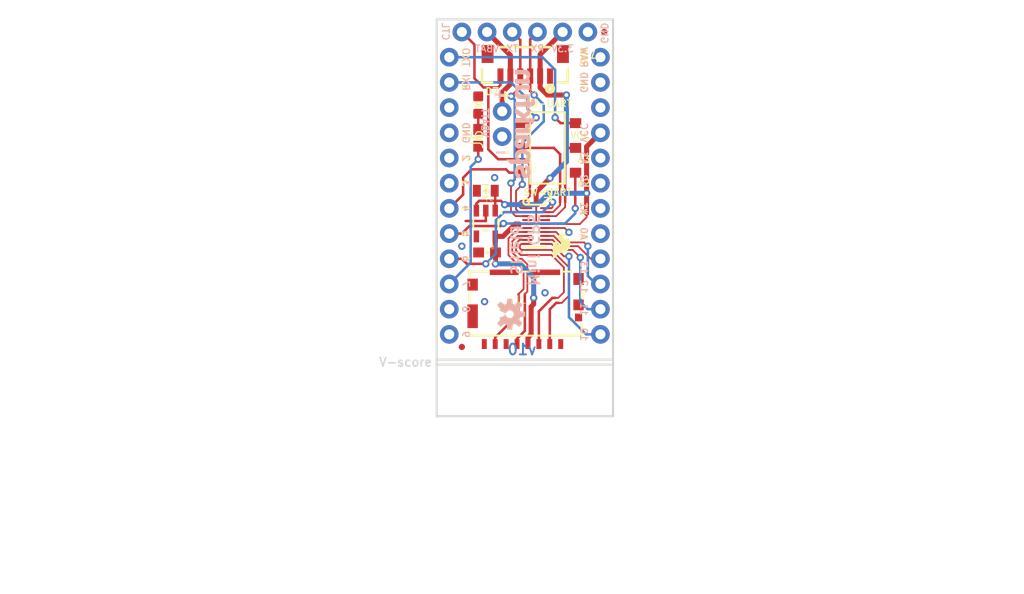
<source format=kicad_pcb>
(kicad_pcb (version 20211014) (generator pcbnew)
  (layers (0 "F.Cu" signal) (31 "B.Cu" signal) (34 "B.Paste" user) (35 "F.Paste" user) (36 "B.SilkS" user "B.Silkscreen") (37 "F.SilkS" user "F.Silkscreen") (38 "B.Mask" user) (39 "F.Mask" user) (44 "Edge.Cuts" user))
  (net 0 "")
  (net 1 "3.3V")
  (net 2 "GND")
  (net 3 "SD_CS")
  (net 4 "SD_DI")
  (net 5 "SD_SCK")
  (net 6 "SD_DO")
  (net 7 "TX/1")
  (net 8 "RX/0")
  (net 9 "2")
  (net 10 "3")
  (net 11 "4")
  (net 12 "5")
  (net 13 "6")
  (net 14 "7")
  (net 15 "8")
  (net 16 "9")
  (net 17 "10")
  (net 18 "11")
  (net 19 "12")
  (net 20 "13")
  (net 21 "A0")
  (net 22 "A1")
  (net 23 "A2")
  (net 24 "A3")
  (net 25 "VCC")
  (net 26 "VIN")
  (net 27 "N$1")
  (net 28 "RX")
  (net 29 "TX")
  (net 30 "GPS_RX")
  (net 31 "GPS_TX")
  (net 32 "V_BATT")
  (net 33 "GPS_CTRL")
  (footprint "boardEagle:MICROSD_TINY" (layer "F.Cu") (at 142.9131 116.8781)
    (fp_text reference "J1" (at 4.445 -3.175) (layer "F.SilkS") (effects (font (size 0.747776 0.747776) (thickness 0.065024)) (justify left bottom)))
    (fp_text value "MICROSD_TINY")
    (pad "1" smd rect (at 9.2 0.85 90) (size 1 0.5) (layers "F.Cu" "F.Paste" "F.Mask"))
    (pad "2" smd rect (at 8.1 0.85 90) (size 1 0.5) (layers "F.Cu" "F.Paste" "F.Mask") (net 3 "SD_CS"))
    (pad "3" smd rect (at 7 0.85 90) (size 1 0.5) (layers "F.Cu" "F.Paste" "F.Mask") (net 4 "SD_DI"))
    (pad "4" smd rect (at 5.9 0.85 90) (size 1 0.5) (layers "F.Cu" "F.Paste" "F.Mask") (net 1 "3.3V"))
    (pad "5" smd rect (at 4.8 0.85 90) (size 1 0.5) (layers "F.Cu" "F.Paste" "F.Mask") (net 5 "SD_SCK"))
    (pad "6" smd rect (at 3.7 0.85 90) (size 1 0.5) (layers "F.Cu" "F.Paste" "F.Mask") (net 2 "GND"))
    (pad "7" smd rect (at 2.6 0.85 90) (size 1 0.5) (layers "F.Cu" "F.Paste" "F.Mask") (net 6 "SD_DO"))
    (pad "8" smd rect (at 1.5 0.85 90) (size 1 0.5) (layers "F.Cu" "F.Paste" "F.Mask"))
    (pad "9" smd rect (at 11 -1.83 180) (size 0.72 0.78) (layers "F.Cu" "F.Paste" "F.Mask"))
    (pad "GND1" smd rect (at 11 -3.1 90) (size 1.08 1.05) (layers "F.Cu" "F.Paste" "F.Mask") (net 2 "GND"))
    (pad "GND2" smd rect (at 11 -5.71 90) (size 1.2 1.05) (layers "F.Cu" "F.Paste" "F.Mask") (net 2 "GND"))
    (pad "GND3" smd rect (at 0.325 -5.14 90) (size 1.2 1.05) (layers "F.Cu" "F.Paste" "F.Mask") (net 2 "GND"))
    (pad "GND4" smd rect (at 0.325 -1.955 90) (size 2.39 1.05) (layers "F.Cu" "F.Paste" "F.Mask") (net 2 "GND"))
    (pad "GND5" smd rect (at 3.505 -6.385) (size 2.91 0.55) (layers "F.Cu" "F.Paste" "F.Mask") (net 2 "GND"))
    (pad "GND6" smd rect (at 7.695 -6.385) (size 2.91 0.55) (layers "F.Cu" "F.Paste" "F.Mask") (net 2 "GND"))
  )
  (footprint "boardEagle:SOT23-5" (layer "F.Cu") (at 144.5641 105.5751 180)
    (fp_text reference "U3" (at -0.889 -2.159 180) (layer "F.SilkS") (effects (font (size 0.373888 0.373888) (thickness 0.032512)) (justify right top)))
    (fp_text value "AP2112K-3.3V")
    (pad "1" smd rect (at -0.95 1.3001 180) (size 0.55 1.2) (layers "F.Cu" "F.Paste" "F.Mask") (net 25 "VCC"))
    (pad "2" smd rect (at 0 1.3001 180) (size 0.55 1.2) (layers "F.Cu" "F.Paste" "F.Mask") (net 2 "GND"))
    (pad "3" smd rect (at 0.95 1.3001 180) (size 0.55 1.2) (layers "F.Cu" "F.Paste" "F.Mask") (net 25 "VCC"))
    (pad "4" smd rect (at 0.95 -1.3001 180) (size 0.55 1.2) (layers "F.Cu" "F.Paste" "F.Mask"))
    (pad "5" smd rect (at -0.95 -1.3001 180) (size 0.55 1.2) (layers "F.Cu" "F.Paste" "F.Mask") (net 1 "3.3V"))
  )
  (footprint "boardEagle:1X06_NO_SILK" (layer "F.Cu") (at 154.8511 86.2711 180)
    (fp_text reference "J4" (at -1.3462 -1.8288 180) (layer "F.SilkS") (effects (font (size 1.143 1.143) (thickness 0.127)) (justify right top)))
    (fp_text value "")
    (pad "1" thru_hole circle (at 0 0 270) (size 1.8796 1.8796) (drill 1.016) (layers *.Cu *.Mask) (net 2 "GND"))
    (pad "2" thru_hole circle (at 2.54 0 270) (size 1.8796 1.8796) (drill 1.016) (layers *.Cu *.Mask) (net 1 "3.3V"))
    (pad "3" thru_hole circle (at 5.08 0 270) (size 1.8796 1.8796) (drill 1.016) (layers *.Cu *.Mask) (net 31 "GPS_TX"))
    (pad "4" thru_hole circle (at 7.62 0 270) (size 1.8796 1.8796) (drill 1.016) (layers *.Cu *.Mask) (net 30 "GPS_RX"))
    (pad "5" thru_hole circle (at 10.16 0 270) (size 1.8796 1.8796) (drill 1.016) (layers *.Cu *.Mask) (net 32 "V_BATT"))
    (pad "6" thru_hole circle (at 12.7 0 270) (size 1.8796 1.8796) (drill 1.016) (layers *.Cu *.Mask) (net 33 "GPS_CTRL"))
  )
  (footprint "boardEagle:0603-CAP" (layer "F.Cu") (at 144.6911 108.4961 180)
    (fp_text reference "C6" (at -0.889 -0.762 180) (layer "F.SilkS") (effects (font (size 0.373888 0.373888) (thickness 0.032512)) (justify right top)))
    (fp_text value "2.2uF")
    (pad "1" smd rect (at -0.85 0 180) (size 1.1 1) (layers "F.Cu" "F.Paste" "F.Mask") (net 1 "3.3V"))
    (pad "2" smd rect (at 0.85 0 180) (size 1.1 1) (layers "F.Cu" "F.Paste" "F.Mask") (net 2 "GND"))
  )
  (footprint "boardEagle:MICRO-FIDUCIAL" (layer "F.Cu") (at 156.5021 86.2711)
    (fp_text reference "FD2" hide)
    (fp_text value "FIDUCIALUFIDUCIAL" hide)
    (pad "1" smd roundrect (at 0 0) (size 0.635 0.635) (layers "F.Cu" "F.Mask") (roundrect_rratio 0.5))
  )
  (footprint "boardEagle:GP735" (layer "F.Cu") (at 151.0411 90.7161)
    (fp_text reference "U1" (at -1.27 1.27) (layer "F.SilkS") (effects (font (size 0.373888 0.373888) (thickness 0.032512)) (justify right top)))
    (fp_text value "GP735")
    (pad "1" smd rect (at 0 0 180) (size 0.6 1.55) (layers "F.Cu" "F.Paste" "F.Mask") (net 2 "GND"))
    (pad "2" smd rect (at -1 0 180) (size 0.6 1.55) (layers "F.Cu" "F.Paste" "F.Mask") (net 1 "3.3V"))
    (pad "3" smd rect (at -2 0 180) (size 0.6 1.55) (layers "F.Cu" "F.Paste" "F.Mask") (net 31 "GPS_TX"))
    (pad "4" smd rect (at -3 0 180) (size 0.6 1.55) (layers "F.Cu" "F.Paste" "F.Mask") (net 30 "GPS_RX"))
    (pad "5" smd rect (at -4 0 180) (size 0.6 1.55) (layers "F.Cu" "F.Paste" "F.Mask") (net 32 "V_BATT"))
    (pad "6" smd rect (at -5 0 180) (size 0.6 1.55) (layers "F.Cu" "F.Paste" "F.Mask") (net 33 "GPS_CTRL"))
    (pad "P$1" smd rect (at 1.3 -2.225 180) (size 1.2 1.8) (layers "F.Cu" "F.Paste" "F.Mask"))
    (pad "P$2" smd rect (at -6.3 -2.225 180) (size 1.2 1.8) (layers "F.Cu" "F.Paste" "F.Mask"))
  )
  (footprint "boardEagle:SFE_LOGO_FLAME_.1" (layer "F.Cu") (at 151.0411 109.5121)
    (fp_text reference "LOGO3" hide)
    (fp_text value "SFE_LOGO_FLAME.1_INCH" hide)
  )
  (footprint "boardEagle:0805-CAP" (layer "F.Cu") (at 144.5641 102.2731 180)
    (fp_text reference "C5" (at -0.762 -0.8255 180) (layer "F.SilkS") (effects (font (size 0.373888 0.373888) (thickness 0.032512)) (justify right top)))
    (fp_text value "1.0uF")
    (pad "1" smd rect (at -0.9 0 180) (size 0.8 1.2) (layers "F.Cu" "F.Paste" "F.Mask") (net 25 "VCC"))
    (pad "2" smd rect (at 0.9 0 180) (size 0.8 1.2) (layers "F.Cu" "F.Paste" "F.Mask") (net 2 "GND"))
  )
  (footprint "boardEagle:AYZ0202" (layer "F.Cu") (at 150.7871 97.9551 90)
    (fp_text reference "S1" (at -2.54 -1.143 90) (layer "F.SilkS") (effects (font (size 0.373888 0.373888) (thickness 0.032512)) (justify left bottom)))
    (fp_text value "DPDT")
    (pad "" np_thru_hole circle (at 1.5 0 90) (size 0.85 0.85) (drill 0.85) (layers *.Cu *.Mask))
    (pad "" np_thru_hole circle (at -1.5 0 90) (size 0.85 0.85) (drill 0.85) (layers *.Cu *.Mask))
    (pad "1" smd rect (at -2.5 -2.825 90) (size 1 1.15) (layers "F.Cu" "F.Paste" "F.Mask") (net 11 "4"))
    (pad "2" smd rect (at 0 -2.825 90) (size 1 1.15) (layers "F.Cu" "F.Paste" "F.Mask") (net 28 "RX"))
    (pad "3" smd rect (at 2.5 -2.825 90) (size 1 1.15) (layers "F.Cu" "F.Paste" "F.Mask") (net 8 "RX/0"))
    (pad "4" smd rect (at -2.5 2.825 90) (size 1 1.15) (layers "F.Cu" "F.Paste" "F.Mask") (net 12 "5"))
    (pad "5" smd rect (at 0 2.825 90) (size 1 1.15) (layers "F.Cu" "F.Paste" "F.Mask") (net 29 "TX"))
    (pad "6" smd rect (at 2.5 2.825 90) (size 1 1.15) (layers "F.Cu" "F.Paste" "F.Mask") (net 7 "TX/1"))
  )
  (footprint "boardEagle:CREATIVE_COMMONS" (layer "F.Cu") (at 115.9129 142.3797)
    (fp_text reference "FRAME1" hide)
    (fp_text value "FRAME-LETTER" hide)
  )
  (footprint "boardEagle:MICRO-FIDUCIAL" (layer "F.Cu") (at 142.1511 118.0211)
    (fp_text reference "FD1" hide)
    (fp_text value "FIDUCIALUFIDUCIAL" hide)
    (pad "1" smd roundrect (at 0 0) (size 0.635 0.635) (layers "F.Cu" "F.Mask") (roundrect_rratio 0.5))
  )
  (footprint "boardEagle:LED-0603" (layer "F.Cu") (at 143.8021 93.6371)
    (fp_text reference "D1" (at -0.6985 0.889 90) (layer "F.SilkS") (effects (font (size 0.373888 0.373888) (thickness 0.032512)) (justify left bottom)))
    (fp_text value "BLUE")
    (pad "A" smd roundrect (at 0 0.877) (size 1 1) (layers "F.Cu" "F.Paste" "F.Mask") (roundrect_rratio 0.15) (net 27 "N$1"))
    (pad "C" smd roundrect (at 0 -0.877) (size 1 1) (layers "F.Cu" "F.Paste" "F.Mask") (roundrect_rratio 0.15) (net 2 "GND"))
  )
  (footprint "boardEagle:UFDFN-20" (layer "F.Cu") (at 149.6441 105.8291 -90)
    (fp_text reference "U2" (at -2.25 -1.6 -90) (layer "F.SilkS") (effects (font (size 0.69088 0.69088) (thickness 0.12192)) (justify left bottom)))
    (fp_text value "TXB0108")
    (pad "1" smd rect (at -1.8 0.9) (size 1 0.2) (layers "F.Cu" "F.Mask") (net 33 "GPS_CTRL"))
    (pad "2" smd rect (at -1.4 0.9) (size 1 0.2) (layers "F.Cu" "F.Mask") (net 31 "GPS_TX"))
    (pad "3" smd rect (at -1 0.9) (size 1 0.2) (layers "F.Cu" "F.Mask") (net 30 "GPS_RX"))
    (pad "4" smd rect (at -0.6 0.9) (size 1 0.2) (layers "F.Cu" "F.Mask"))
    (pad "5" smd rect (at -0.2 0.9) (size 1 0.2) (layers "F.Cu" "F.Mask") (net 1 "3.3V"))
    (pad "6" smd rect (at 0.2 0.9) (size 1 0.2) (layers "F.Cu" "F.Mask") (net 1 "3.3V"))
    (pad "7" smd rect (at 0.6 0.9) (size 1 0.2) (layers "F.Cu" "F.Mask") (net 6 "SD_DO"))
    (pad "8" smd rect (at 1 0.9) (size 1 0.2) (layers "F.Cu" "F.Mask") (net 5 "SD_SCK"))
    (pad "9" smd rect (at 1.4 0.9) (size 1 0.2) (layers "F.Cu" "F.Mask") (net 4 "SD_DI"))
    (pad "10" smd rect (at 1.8 0.9) (size 1 0.2) (layers "F.Cu" "F.Mask") (net 3 "SD_CS"))
    (pad "11" smd rect (at 1.8 -0.9) (size 1 0.2) (layers "F.Cu" "F.Mask") (net 17 "10"))
    (pad "12" smd rect (at 1.4 -0.9) (size 1 0.2) (layers "F.Cu" "F.Mask") (net 18 "11"))
    (pad "13" smd rect (at 1 -0.9) (size 1 0.2) (layers "F.Cu" "F.Mask") (net 20 "13"))
    (pad "14" smd rect (at 0.6 -0.9) (size 1 0.2) (layers "F.Cu" "F.Mask") (net 19 "12"))
    (pad "15" smd rect (at 0.2 -0.9) (size 1 0.2) (layers "F.Cu" "F.Mask") (net 2 "GND"))
    (pad "16" smd rect (at -0.2 -0.9) (size 1 0.2) (layers "F.Cu" "F.Mask") (net 25 "VCC"))
    (pad "17" smd rect (at -0.6 -0.9) (size 1 0.2) (layers "F.Cu" "F.Mask"))
    (pad "18" smd rect (at -1 -0.9) (size 1 0.2) (layers "F.Cu" "F.Mask") (net 29 "TX"))
    (pad "19" smd rect (at -1.4 -0.9) (size 1 0.2) (layers "F.Cu" "F.Mask") (net 28 "RX"))
    (pad "20" smd rect (at -1.8 -0.9) (size 1 0.2) (layers "F.Cu" "F.Mask") (net 13 "6"))
  )
  (footprint "boardEagle:1X02_NO_SILK" (layer "F.Cu") (at 146.2151 96.8121 90)
    (fp_text reference "J5" (at -1.3462 -1.8288 90) (layer "F.SilkS") (effects (font (size 1.143 1.143) (thickness 0.127)) (justify left bottom)))
    (fp_text value "")
    (pad "1" thru_hole circle (at 0 0 180) (size 1.8796 1.8796) (drill 1.016) (layers *.Cu *.Mask) (net 2 "GND"))
    (pad "2" thru_hole circle (at 2.54 0 180) (size 1.8796 1.8796) (drill 1.016) (layers *.Cu *.Mask) (net 32 "V_BATT"))
  )
  (footprint "boardEagle:0603-RES" (layer "F.Cu") (at 143.8021 96.9391 -90)
    (fp_text reference "R1" (at -0.889 -0.762 -90) (layer "F.SilkS") (effects (font (size 0.373888 0.373888) (thickness 0.032512)) (justify left bottom)))
    (fp_text value "470")
    (pad "1" smd rect (at -0.85 0 270) (size 1.1 1) (layers "F.Cu" "F.Paste" "F.Mask") (net 27 "N$1"))
    (pad "2" smd rect (at 0.85 0 270) (size 1.1 1) (layers "F.Cu" "F.Paste" "F.Mask") (net 14 "7"))
  )
  (footprint "boardEagle:1X12_NO_SILK" (layer "F.Cu") (at 156.1211 116.7511 90)
    (fp_text reference "J3" hide)
    (fp_text value "" hide)
    (pad "1" thru_hole circle (at 0 0 180) (size 1.8796 1.8796) (drill 1.016) (layers *.Cu *.Mask) (net 17 "10"))
    (pad "2" thru_hole circle (at 2.54 0 180) (size 1.8796 1.8796) (drill 1.016) (layers *.Cu *.Mask) (net 18 "11"))
    (pad "3" thru_hole circle (at 5.08 0 180) (size 1.8796 1.8796) (drill 1.016) (layers *.Cu *.Mask) (net 19 "12"))
    (pad "4" thru_hole circle (at 7.62 0 180) (size 1.8796 1.8796) (drill 1.016) (layers *.Cu *.Mask) (net 20 "13"))
    (pad "5" thru_hole circle (at 10.16 0 180) (size 1.8796 1.8796) (drill 1.016) (layers *.Cu *.Mask) (net 21 "A0"))
    (pad "6" thru_hole circle (at 12.7 0 180) (size 1.8796 1.8796) (drill 1.016) (layers *.Cu *.Mask) (net 22 "A1"))
    (pad "7" thru_hole circle (at 15.24 0 180) (size 1.8796 1.8796) (drill 1.016) (layers *.Cu *.Mask) (net 23 "A2"))
    (pad "8" thru_hole circle (at 17.78 0 180) (size 1.8796 1.8796) (drill 1.016) (layers *.Cu *.Mask) (net 24 "A3"))
    (pad "9" thru_hole circle (at 20.32 0 180) (size 1.8796 1.8796) (drill 1.016) (layers *.Cu *.Mask) (net 25 "VCC"))
    (pad "10" thru_hole circle (at 22.86 0 180) (size 1.8796 1.8796) (drill 1.016) (layers *.Cu *.Mask))
    (pad "11" thru_hole circle (at 25.4 0 180) (size 1.8796 1.8796) (drill 1.016) (layers *.Cu *.Mask) (net 2 "GND"))
    (pad "12" thru_hole circle (at 27.94 0 180) (size 1.8796 1.8796) (drill 1.016) (layers *.Cu *.Mask) (net 26 "VIN"))
  )
  (footprint "boardEagle:1X12_NO_SILK" (layer "F.Cu") (at 140.8811 116.7511 90)
    (fp_text reference "J2" hide)
    (fp_text value "" hide)
    (pad "1" thru_hole circle (at 0 0 180) (size 1.8796 1.8796) (drill 1.016) (layers *.Cu *.Mask) (net 16 "9"))
    (pad "2" thru_hole circle (at 2.54 0 180) (size 1.8796 1.8796) (drill 1.016) (layers *.Cu *.Mask) (net 15 "8"))
    (pad "3" thru_hole circle (at 5.08 0 180) (size 1.8796 1.8796) (drill 1.016) (layers *.Cu *.Mask) (net 14 "7"))
    (pad "4" thru_hole circle (at 7.62 0 180) (size 1.8796 1.8796) (drill 1.016) (layers *.Cu *.Mask) (net 13 "6"))
    (pad "5" thru_hole circle (at 10.16 0 180) (size 1.8796 1.8796) (drill 1.016) (layers *.Cu *.Mask) (net 12 "5"))
    (pad "6" thru_hole circle (at 12.7 0 180) (size 1.8796 1.8796) (drill 1.016) (layers *.Cu *.Mask) (net 11 "4"))
    (pad "7" thru_hole circle (at 15.24 0 180) (size 1.8796 1.8796) (drill 1.016) (layers *.Cu *.Mask) (net 10 "3"))
    (pad "8" thru_hole circle (at 17.78 0 180) (size 1.8796 1.8796) (drill 1.016) (layers *.Cu *.Mask) (net 9 "2"))
    (pad "9" thru_hole circle (at 20.32 0 180) (size 1.8796 1.8796) (drill 1.016) (layers *.Cu *.Mask) (net 2 "GND"))
    (pad "10" thru_hole circle (at 22.86 0 180) (size 1.8796 1.8796) (drill 1.016) (layers *.Cu *.Mask))
    (pad "11" thru_hole circle (at 25.4 0 180) (size 1.8796 1.8796) (drill 1.016) (layers *.Cu *.Mask) (net 8 "RX/0"))
    (pad "12" thru_hole circle (at 27.94 0 180) (size 1.8796 1.8796) (drill 1.016) (layers *.Cu *.Mask) (net 7 "TX/1"))
  )
  (footprint "boardEagle:OSHW-LOGO-S" (layer "B.Cu") (at 146.9771 114.7191 90)
    (fp_text reference "LOGO1" hide)
    (fp_text value "OSHW-LOGOS" hide)
  )
  (footprint "boardEagle:SFE_LOGO_NAME_.1" (layer "B.Cu") (at 146.2151 101.5111 90)
    (fp_text reference "LOGO4" hide)
    (fp_text value "SFE_LOGO_NAME.1_INCH" hide)
  )
  (gr_line (start 157.3911 125.0061) (end 157.3911 119.7991) (layer "Edge.Cuts") (width 0.2032))
  (gr_line (start 139.6111 125.0061) (end 157.3911 125.0061) (layer "Edge.Cuts") (width 0.2032))
  (gr_line (start 139.6111 119.2911) (end 139.6111 119.7991) (layer "Edge.Cuts") (width 0.2032))
  (gr_line (start 157.3911 119.2911) (end 157.3911 85.0011) (layer "Edge.Cuts") (width 0.2032))
  (gr_line (start 139.6111 119.7991) (end 157.3911 119.7991) (layer "Edge.Cuts") (width 0.2032))
  (gr_line (start 157.3911 119.7991) (end 157.3911 119.2911) (layer "Edge.Cuts") (width 0.2032))
  (gr_line (start 139.6111 85.0011) (end 139.6111 119.2911) (layer "Edge.Cuts") (width 0.2032))
  (gr_line (start 139.6111 119.7991) (end 139.6111 125.0061) (layer "Edge.Cuts") (width 0.2032))
  (gr_line (start 139.6111 85.0011) (end 157.3911 85.0011) (layer "Edge.Cuts") (width 0.2032))
  (gr_line (start 139.6111 119.2911) (end 157.3911 119.2911) (layer "Edge.Cuts") (width 0.2032))
  (gr_text "v10" (at 149.7711 118.9101) (layer "B.Cu") (effects (font (size 1.0795 1.0795) (thickness 0.1905)) (justify left bottom mirror)))
  (gr_text "RX" (at 149.7711 87.5411) (layer "B.SilkS") (effects (font (size 0.69088 0.69088) (thickness 0.12192)) (justify top mirror)))
  (gr_text "3" (at 142.1511 101.5111 -90) (layer "B.SilkS") (effects (font (size 0.69088 0.69088) (thickness 0.12192)) (justify bottom mirror)))
  (gr_text "VBAT" (at 144.6911 87.5411) (layer "B.SilkS") (effects (font (size 0.69088 0.69088) (thickness 0.12192)) (justify top mirror)))
  (gr_text "GND" (at 154.8511 91.3511 -90) (layer "B.SilkS") (effects (font (size 0.69088 0.69088) (thickness 0.12192)) (justify top mirror)))
  (gr_text "4" (at 142.1511 104.0511 -90) (layer "B.SilkS") (effects (font (size 0.69088 0.69088) (thickness 0.12192)) (justify bottom mirror)))
  (gr_text "RXI" (at 142.1511 91.3511 -90) (layer "B.SilkS") (effects (font (size 0.69088 0.69088) (thickness 0.12192)) (justify bottom mirror)))
  (gr_text "RAW" (at 154.8511 88.8111 -90) (layer "B.SilkS") (effects (font (size 0.69088 0.69088) (thickness 0.12192)) (justify top mirror)))
  (gr_text "11" (at 154.8511 114.2111 -90) (layer "B.SilkS") (effects (font (size 0.69088 0.69088) (thickness 0.12192)) (justify top mirror)))
  (gr_text "-" (at 146.0881 98.9711) (layer "B.SilkS") (effects (font (size 1.0795 1.0795) (thickness 0.1905)) (justify bottom mirror)))
  (gr_text "7" (at 142.1511 111.6711 -90) (layer "B.SilkS") (effects (font (size 0.69088 0.69088) (thickness 0.12192)) (justify bottom mirror)))
  (gr_text "A3" (at 154.8511 98.9711 -90) (layer "B.SilkS") (effects (font (size 0.69088 0.69088) (thickness 0.12192)) (justify top mirror)))
  (gr_text "CTL" (at 140.5001 85.2551 -90) (layer "B.SilkS") (effects (font (size 0.69088 0.69088) (thickness 0.12192)) (justify right mirror)))
  (gr_text "VBATT" (at 144.0561 95.4151 -90) (layer "B.SilkS") (effects (font (size 0.69088 0.69088) (thickness 0.12192)) (justify bottom mirror)))
  (gr_text "8" (at 142.1511 114.2111 -90) (layer "B.SilkS") (effects (font (size 0.69088 0.69088) (thickness 0.12192)) (justify bottom mirror)))
  (gr_text "3.3V" (at 152.3111 87.5411) (layer "B.SilkS") (effects (font (size 0.69088 0.69088) (thickness 0.12192)) (justify top mirror)))
  (gr_text "12" (at 154.8511 111.9251 -90) (layer "B.SilkS") (effects (font (size 0.69088 0.69088) (thickness 0.12192)) (justify top mirror)))
  (gr_text "13" (at 154.8511 110.0201 -90) (layer "B.SilkS") (effects (font (size 0.69088 0.69088) (thickness 0.12192)) (justify top mirror)))
  (gr_text "GND" (at 156.5021 85.2551 -90) (layer "B.SilkS") (effects (font (size 0.69088 0.69088) (thickness 0.12192)) (justify right mirror)))
  (gr_text "A0" (at 154.8511 106.5911 -90) (layer "B.SilkS") (effects (font (size 0.69088 0.69088) (thickness 0.12192)) (justify top mirror)))
  (gr_text "+" (at 145.9611 93.1291) (layer "B.SilkS") (effects (font (size 1.0795 1.0795) (thickness 0.1905)) (justify bottom mirror)))
  (gr_text "A1" (at 154.8511 104.0511 -90) (layer "B.SilkS") (effects (font (size 0.69088 0.69088) (thickness 0.12192)) (justify top mirror)))
  (gr_text "5" (at 142.1511 106.5911 -90) (layer "B.SilkS") (effects (font (size 0.69088 0.69088) (thickness 0.12192)) (justify bottom mirror)))
  (gr_text "TXO" (at 142.1511 88.8111 -90) (layer "B.SilkS") (effects (font (size 0.69088 0.69088) (thickness 0.12192)) (justify bottom mirror)))
  (gr_text "TX" (at 147.2311 87.5411) (layer "B.SilkS") (effects (font (size 0.69088 0.69088) (thickness 0.12192)) (justify top mirror)))
  (gr_text "10" (at 154.8511 116.7511 -90) (layer "B.SilkS") (effects (font (size 0.69088 0.69088) (thickness 0.12192)) (justify top mirror)))
  (gr_text "Mini GPS\nShield" (at 146.9771 108.2421 -90) (layer "B.SilkS") (effects (font (size 1.0795 1.0795) (thickness 0.1905)) (justify bottom mirror)))
  (gr_text "A2" (at 154.8511 101.2571 -90) (layer "B.SilkS") (effects (font (size 0.69088 0.69088) (thickness 0.12192)) (justify top mirror)))
  (gr_text "GND" (at 142.1511 96.4311 -90) (layer "B.SilkS") (effects (font (size 0.69088 0.69088) (thickness 0.12192)) (justify bottom mirror)))
  (gr_text "2" (at 142.1511 98.9711 -90) (layer "B.SilkS") (effects (font (size 0.69088 0.69088) (thickness 0.12192)) (justify bottom mirror)))
  (gr_text "9" (at 142.1511 116.7511 -90) (layer "B.SilkS") (effects (font (size 0.69088 0.69088) (thickness 0.12192)) (justify bottom mirror)))
  (gr_text "VCC" (at 154.8511 96.4311 -90) (layer "B.SilkS") (effects (font (size 0.69088 0.69088) (thickness 0.12192)) (justify top mirror)))
  (gr_text "6" (at 142.1511 109.1311 -90) (layer "B.SilkS") (effects (font (size 0.69088 0.69088) (thickness 0.12192)) (justify bottom mirror)))
  (gr_text "D7" (at 145.1991 91.8591) (layer "F.SilkS") (effects (font (size 0.69088 0.69088) (thickness 0.12192)) (justify top)))
  (gr_text "-" (at 145.7071 98.9711) (layer "F.SilkS") (effects (font (size 1.0795 1.0795) (thickness 0.1905)) (justify left bottom)))
  (gr_text "HW-UART" (at 150.7871 93.8911) (layer "F.SilkS") (effects (font (size 0.69088 0.69088) (thickness 0.12192)) (justify bottom)))
  (gr_text "A3" (at 154.4701 98.7171) (layer "F.SilkS") (effects (font (size 0.69088 0.69088) (thickness 0.12192)) (justify top)))
  (gr_text "+" (at 145.7071 93.2561) (layer "F.SilkS") (effects (font (size 1.0795 1.0795) (thickness 0.1905)) (justify left bottom)))
  (gr_text "2" (at 142.1511 98.9711 90) (layer "F.SilkS") (effects (font (size 0.69088 0.69088) (thickness 0.12192)) (justify top)))
  (gr_text "A2" (at 154.4701 101.8921) (layer "F.SilkS") (effects (font (size 0.69088 0.69088) (thickness 0.12192)) (justify bottom)))
  (gr_text "GND" (at 154.8511 91.3511 90) (layer "F.SilkS") (effects (font (size 0.69088 0.69088) (thickness 0.12192)) (justify bottom)))
  (gr_text "RXI" (at 142.1511 91.3511 90) (layer "F.SilkS") (effects (font (size 0.69088 0.69088) (thickness 0.12192)) (justify top)))
  (gr_text "3" (at 142.1511 101.5111 90) (layer "F.SilkS") (effects (font (size 0.69088 0.69088) (thickness 0.12192)) (justify top)))
  (gr_text "A0" (at 154.8511 106.5911 90) (layer "F.SilkS") (effects (font (size 0.69088 0.69088) (thickness 0.12192)) (justify bottom)))
  (gr_text "VCC" (at 154.0891 96.3041) (layer "F.SilkS") (effects (font (size 0.69088 0.69088) (thickness 0.12192)) (justify top)))
  (gr_text "SW-UART" (at 150.7871 102.0191) (layer "F.SilkS") (effects (font (size 0.69088 0.69088) (thickness 0.12192)) (justify top)))
  (gr_text "5" (at 142.1511 106.5911 90) (layer "F.SilkS") (effects (font (size 0.69088 0.69088) (thickness 0.12192)) (justify top)))
  (gr_text "A1" (at 154.8511 104.0511 90) (layer "F.SilkS") (effects (font (size 0.69088 0.69088) (thickness 0.12192)) (justify bottom)))
  (gr_text "GND" (at 142.1511 96.4311 90) (layer "F.SilkS") (effects (font (size 0.69088 0.69088) (thickness 0.12192)) (justify top)))
  (gr_text "TXO" (at 142.1511 88.8111 90) (layer "F.SilkS") (effects (font (size 0.69088 0.69088) (thickness 0.12192)) (justify top)))
  (gr_text "4" (at 142.1511 104.0511 90) (layer "F.SilkS") (effects (font (size 0.69088 0.69088) (thickness 0.12192)) (justify top)))
  (gr_text "RAW" (at 154.8511 88.8111 90) (layer "F.SilkS") (effects (font (size 0.69088 0.69088) (thickness 0.12192)) (justify bottom)))
  (gr_text "6" (at 142.1511 109.1311 90) (layer "F.SilkS") (effects (font (size 0.69088 0.69088) (thickness 0.12192)) (justify top)))
  (gr_text "V-score" (at 139.2301 119.5451) (layer "Edge.Cuts") (effects (font (size 0.8636 0.8636) (thickness 0.1524)) (justify right)))
  (segment (start 149.6441 102.4001) (end 151.0411 101.0031) (width 0.508) (layer "F.Cu") (net 1))
  (segment (start 148.8131 117.0741) (end 148.8131 117.7281) (width 0.508) (layer "F.Cu") (net 1))
  (segment (start 148.7441 105.6291) (end 147.9931 105.6291) (width 0.1778) (layer "F.Cu") (net 1))
  (segment (start 150.767956 92.6211) (end 152.6921 92.6211) (width 0.508) (layer "F.Cu") (net 1))
  (segment (start 145.5411 109.6391) (end 145.5411 108.4961) (width 0.508) (layer "F.Cu") (net 1))
  (segment (start 149.6441 105.31721) (end 149.6441 103.6701) (width 0.1778) (layer "F.Cu") (net 1))
  (segment (start 146.293 106.8752) (end 145.5141 106.8752) (width 0.508) (layer "F.Cu") (net 1))
  (segment (start 149.332209 105.6291) (end 149.6441 105.31721) (width 0.1778) (layer "F.Cu") (net 1))
  (segment (start 150.0411 91.894244) (end 150.767956 92.6211) (width 0.508) (layer "F.Cu") (net 1))
  (segment (start 149.1361 113.9571) (end 149.1361 116.7511) (width 0.508) (layer "F.Cu") (net 1))
  (segment (start 152.3111 86.2711) (end 150.0411 88.5411) (width 0.508) (layer "F.Cu") (net 1))
  (segment (start 149.3901 113.7031) (end 149.1361 113.9571) (width 0.508) (layer "F.Cu") (net 1))
  (segment (start 148.139584 106.0291) (end 147.9931 105.882616) (width 0.1778) (layer "F.Cu") (net 1))
  (segment (start 148.7441 105.6291) (end 149.332209 105.6291) (width 0.1778) (layer "F.Cu") (net 1))
  (segment (start 149.1361 116.7511) (end 148.8131 117.0741) (width 0.508) (layer "F.Cu") (net 1))
  (segment (start 150.0411 90.7161) (end 150.0411 91.894244) (width 0.508) (layer "F.Cu") (net 1))
  (segment (start 147.9931 105.6291) (end 147.9201 105.6291) (width 0.1778) (layer "F.Cu") (net 1))
  (segment (start 149.6441 103.6701) (end 149.6441 102.4001) (width 0.508) (layer "F.Cu") (net 1))
  (segment (start 149.3901 113.0681) (end 149.3901 113.7031) (width 0.508) (layer "F.Cu") (net 1))
  (segment (start 147.5391 105.6291) (end 147.9201 105.6291) (width 0.508) (layer "F.Cu") (net 1))
  (segment (start 146.293 106.8752) (end 147.5391 105.6291) (width 0.508) (layer "F.Cu") (net 1))
  (segment (start 148.7441 106.0291) (end 148.139584 106.0291) (width 0.1778) (layer "F.Cu") (net 1))
  (segment (start 147.9931 105.882616) (end 147.9931 105.6291) (width 0.1778) (layer "F.Cu") (net 1))
  (segment (start 150.0411 88.5411) (end 150.0411 90.7161) (width 0.508) (layer "F.Cu") (net 1))
  (segment (start 145.5141 106.8752) (end 145.5141 108.4961) (width 0.508) (layer "F.Cu") (net 1))
  (segment (start 145.5141 108.4961) (end 145.5411 108.4961) (width 0.508) (layer "F.Cu") (net 1))
  (via (at 151.0411 101.0031) (size 0.7366) (drill 0.381) (layers "F.Cu" "B.Cu") (net 1))
  (via (at 149.3901 113.0681) (size 0.7366) (drill 0.381) (layers "F.Cu" "B.Cu") (net 1))
  (via (at 145.5411 109.6391) (size 0.7366) (drill 0.381) (layers "F.Cu" "B.Cu") (net 1))
  (via (at 152.6921 92.6211) (size 0.7366) (drill 0.381) (layers "F.Cu" "B.Cu") (net 1))
  (segment (start 149.3901 111.012813) (end 149.3901 113.0681) (width 0.508) (layer "B.Cu") (net 1))
  (segment (start 145.5411 109.6391) (end 148.016387 109.6391) (width 0.508) (layer "B.Cu") (net 1))
  (segment (start 151.0411 101.0031) (end 152.6921 99.3521) (width 0.508) (layer "B.Cu") (net 1))
  (segment (start 148.016387 109.6391) (end 149.3901 111.012813) (width 0.508) (layer "B.Cu") (net 1))
  (segment (start 152.6921 99.3521) (end 152.6921 92.6211) (width 0.508) (layer "B.Cu") (net 1))
  (segment (start 144.5641 104.275) (end 144.5641 105.3211) (width 0.254) (layer "F.Cu") (net 2))
  (segment (start 144.5641 105.3211) (end 142.5321 105.3211) (width 0.254) (layer "F.Cu") (net 2))
  (segment (start 152.5111 106.0291) (end 152.9461 106.4641) (width 0.1778) (layer "F.Cu") (net 2))
  (segment (start 150.5441 106.0291) (end 152.5111 106.0291) (width 0.1778) (layer "F.Cu") (net 2))
  (via (at 150.5331 112.5601) (size 0.7366) (drill 0.381) (layers "F.Cu" "B.Cu") (net 2))
  (via (at 144.4371 113.4491) (size 0.7366) (drill 0.381) (layers "F.Cu" "B.Cu") (net 2))
  (via (at 145.4531 100.9523) (size 0.7366) (drill 0.381) (layers "F.Cu" "B.Cu") (net 2))
  (via (at 142.1511 107.8611) (size 0.7366) (drill 0.381) (layers "F.Cu" "B.Cu") (net 2))
  (via (at 152.9461 106.4641) (size 0.7366) (drill 0.381) (layers "F.Cu" "B.Cu") (net 2))
  (segment (start 151.198078 108.2421) (end 152.9461 109.990122) (width 0.1778) (layer "F.Cu") (net 3))
  (segment (start 147.9931 108.062497) (end 148.172703 108.2421) (width 0.1778) (layer "F.Cu") (net 3))
  (segment (start 152.9461 109.990122) (end 152.9461 112.857682) (width 0.1778) (layer "F.Cu") (net 3))
  (segment (start 151.0131 114.228285) (end 151.0131 117.7281) (width 0.254) (layer "F.Cu") (net 3))
  (segment (start 147.9931 107.793885) (end 147.9931 108.062497) (width 0.1778) (layer "F.Cu") (net 3))
  (segment (start 148.7441 107.6291) (end 148.157884 107.6291) (width 0.1778) (layer "F.Cu") (net 3))
  (segment (start 152.227681 113.5761) (end 151.9301 113.5761) (width 0.1778) (layer "F.Cu") (net 3))
  (segment (start 148.157884 107.6291) (end 147.9931 107.793885) (width 0.1778) (layer "F.Cu") (net 3))
  (segment (start 152.9461 112.857682) (end 152.227681 113.5761) (width 0.1778) (layer "F.Cu") (net 3))
  (segment (start 151.9301 113.5761) (end 151.665284 113.5761) (width 0.254) (layer "F.Cu") (net 3))
  (segment (start 148.172703 108.2421) (end 151.198078 108.2421) (width 0.1778) (layer "F.Cu") (net 3))
  (segment (start 151.665284 113.5761) (end 151.0131 114.228285) (width 0.254) (layer "F.Cu") (net 3))
  (segment (start 151.5491 113.0681) (end 151.5491 113.075194) (width 0.254) (layer "F.Cu") (net 4))
  (segment (start 147.969193 107.2291) (end 147.6121 107.586194) (width 0.1778) (layer "F.Cu") (net 4))
  (segment (start 147.6121 108.292197) (end 148.070003 108.7501) (width 0.1778) (layer "F.Cu") (net 4))
  (segment (start 151.5491 113.075194) (end 151.2704 113.075194) (width 0.254) (layer "F.Cu") (net 4))
  (segment (start 149.9131 114.432494) (end 149.9131 117.7281) (width 0.254) (layer "F.Cu") (net 4))
  (segment (start 151.2704 113.075194) (end 149.9131 114.432494) (width 0.254) (layer "F.Cu") (net 4))
  (segment (start 148.070003 108.7501) (end 151.183734 108.7501) (width 0.1778) (layer "F.Cu") (net 4))
  (segment (start 151.183734 108.7501) (end 152.4381 110.004466) (width 0.1778) (layer "F.Cu") (net 4))
  (segment (start 152.4381 110.004466) (end 152.4381 112.500141) (width 0.1778) (layer "F.Cu") (net 4))
  (segment (start 152.4381 112.500141) (end 151.87014 113.0681) (width 0.1778) (layer "F.Cu") (net 4))
  (segment (start 151.87014 113.0681) (end 151.5491 113.0681) (width 0.1778) (layer "F.Cu") (net 4))
  (segment (start 147.6121 107.586194) (end 147.6121 108.292197) (width 0.1778) (layer "F.Cu") (net 4))
  (segment (start 148.7441 107.2291) (end 147.969193 107.2291) (width 0.1778) (layer "F.Cu") (net 4))
  (segment (start 147.7137 117.1829) (end 147.7137 117.7275) (width 0.254) (layer "F.Cu") (net 5))
  (segment (start 148.5011 112.6871) (end 148.7551 112.4331) (width 0.1778) (layer "F.Cu") (net 5))
  (segment (start 147.8661 109.1311) (end 148.18714 109.1311) (width 0.1778) (layer "F.Cu") (net 5))
  (segment (start 148.5011 116.3955) (end 148.5011 112.6871) (width 0.254) (layer "F.Cu") (net 5))
  (segment (start 148.18714 109.1311) (end 148.7551 109.69906) (width 0.1778) (layer "F.Cu") (net 5))
  (segment (start 147.7137 117.1829) (end 148.5011 116.3955) (width 0.254) (layer "F.Cu") (net 5))
  (segment (start 147.2311 108.4961) (end 147.8661 109.1311) (width 0.1778) (layer "F.Cu") (net 5))
  (segment (start 147.2311 107.379344) (end 147.2311 108.4961) (width 0.1778) (layer "F.Cu") (net 5))
  (segment (start 148.7551 109.69906) (end 148.7551 112.4331) (width 0.1778) (layer "F.Cu") (net 5))
  (segment (start 147.7137 117.7275) (end 147.7131 117.7281) (width 0.254) (layer "F.Cu") (net 5))
  (segment (start 148.7441 106.8291) (end 147.781343 106.8291) (width 0.1778) (layer "F.Cu") (net 5))
  (segment (start 147.781343 106.8291) (end 147.2311 107.379344) (width 0.1778) (layer "F.Cu") (net 5))
  (segment (start 148.3741 109.913707) (end 148.3741 112.1791) (width 0.1778) (layer "F.Cu") (net 6))
  (segment (start 145.5131 117.0559) (end 145.5131 117.7281) (width 0.254) (layer "F.Cu") (net 6))
  (segment (start 147.8661 114.7029) (end 145.5131 117.0559) (width 0.254) (layer "F.Cu") (net 6))
  (segment (start 146.8501 108.771572) (end 147.590628 109.5121) (width 0.1778) (layer "F.Cu") (net 6))
  (segment (start 147.8661 112.6871) (end 147.8661 114.7029) (width 0.254) (layer "F.Cu") (net 6))
  (segment (start 147.590628 109.5121) (end 147.972493 109.5121) (width 0.1778) (layer "F.Cu") (net 6))
  (segment (start 146.8501 107.085697) (end 146.8501 108.771572) (width 0.1778) (layer "F.Cu") (net 6))
  (segment (start 148.7441 106.4291) (end 147.506696 106.4291) (width 0.1778) (layer "F.Cu") (net 6))
  (segment (start 148.3741 112.1791) (end 147.8661 112.6871) (width 0.1778) (layer "F.Cu") (net 6))
  (segment (start 147.972493 109.5121) (end 148.3741 109.913707) (width 0.1778) (layer "F.Cu") (net 6))
  (segment (start 147.506696 106.4291) (end 146.8501 107.085697) (width 0.1778) (layer "F.Cu") (net 6))
  (segment (start 153.6121 95.4551) (end 152.0971 95.4551) (width 0.254) (layer "F.Cu") (net 7))
  (segment (start 152.0971 95.4551) (end 151.5491 94.9071) (width 0.254) (layer "F.Cu") (net 7))
  (via (at 151.5491 94.9071) (size 0.7366) (drill 0.381) (layers "F.Cu" "B.Cu") (net 7))
  (segment (start 150.2791 88.8111) (end 151.5491 90.0811) (width 0.254) (layer "B.Cu") (net 7))
  (segment (start 151.5491 90.0811) (end 151.5491 94.9071) (width 0.254) (layer "B.Cu") (net 7))
  (segment (start 140.8811 88.8111) (end 150.2791 88.8111) (width 0.254) (layer "B.Cu") (net 7))
  (segment (start 149.0961 95.4551) (end 149.6441 94.9071) (width 0.254) (layer "F.Cu") (net 8))
  (segment (start 147.9621 95.4551) (end 149.0961 95.4551) (width 0.254) (layer "F.Cu") (net 8))
  (via (at 149.6441 94.9071) (size 0.7366) (drill 0.381) (layers "F.Cu" "B.Cu") (net 8))
  (segment (start 148.7551 94.0181) (end 149.6441 94.9071) (width 0.254) (layer "B.Cu") (net 8))
  (segment (start 148.7551 93.0021) (end 148.7551 94.0181) (width 0.254) (layer "B.Cu") (net 8))
  (segment (start 147.1041 91.3511) (end 148.7551 93.0021) (width 0.254) (layer "B.Cu") (net 8))
  (segment (start 140.8811 91.3511) (end 147.1041 91.3511) (width 0.254) (layer "B.Cu") (net 8))
  (segment (start 146.9371 100.4551) (end 147.9621 100.4551) (width 0.254) (layer "F.Cu") (net 11))
  (segment (start 142.2781 100.966041) (end 143.13004 100.1141) (width 0.254) (layer "F.Cu") (net 11))
  (segment (start 142.2781 102.6541) (end 140.8811 104.0511) (width 0.254) (layer "F.Cu") (net 11))
  (segment (start 142.2781 102.6541) (end 142.2781 100.966041) (width 0.254) (layer "F.Cu") (net 11))
  (segment (start 143.13004 100.1141) (end 146.5961 100.1141) (width 0.254) (layer "F.Cu") (net 11))
  (segment (start 146.5961 100.1141) (end 146.9371 100.4551) (width 0.254) (layer "F.Cu") (net 11))
  (segment (start 142.9131 105.8291) (end 142.1511 106.5911) (width 0.254) (layer "F.Cu") (net 12))
  (segment (start 142.1511 106.5911) (end 140.8811 106.5911) (width 0.254) (layer "F.Cu") (net 12))
  (segment (start 146.0881 105.8291) (end 142.9131 105.8291) (width 0.254) (layer "F.Cu") (net 12))
  (segment (start 153.5811 100.4861) (end 153.6121 100.4551) (width 0.254) (layer "F.Cu") (net 12))
  (segment (start 153.5811 104.0511) (end 153.5811 100.4861) (width 0.254) (layer "F.Cu") (net 12))
  (segment (start 146.3421 105.5751) (end 146.0881 105.8291) (width 0.254) (layer "F.Cu") (net 12))
  (via (at 146.3421 105.5751) (size 0.7366) (drill 0.381) (layers "F.Cu" "B.Cu") (net 12))
  (via (at 153.5811 104.0511) (size 0.7366) (drill 0.381) (layers "F.Cu" "B.Cu") (net 12))
  (segment (start 153.5811 104.551194) (end 153.5811 104.0511) (width 0.254) (layer "B.Cu") (net 12))
  (segment (start 152.557193 105.5751) (end 153.5811 104.551194) (width 0.254) (layer "B.Cu") (net 12))
  (segment (start 146.3421 105.5751) (end 152.557193 105.5751) (width 0.254) (layer "B.Cu") (net 12))
  (segment (start 142.6591 109.6391) (end 142.1511 109.1311) (width 0.254) (layer "F.Cu") (net 13))
  (segment (start 142.1511 109.1311) (end 140.8811 109.1311) (width 0.254) (layer "F.Cu") (net 13))
  (segment (start 151.1901 104.0291) (end 151.2951 103.9241) (width 0.1778) (layer "F.Cu") (net 13))
  (segment (start 144.5641 109.6391) (end 142.6591 109.6391) (width 0.254) (layer "F.Cu") (net 13))
  (segment (start 151.2951 103.9241) (end 151.2951 103.4161) (width 0.1778) (layer "F.Cu") (net 13))
  (segment (start 150.5441 104.0291) (end 151.1901 104.0291) (width 0.1778) (layer "F.Cu") (net 13))
  (via (at 144.5641 109.6391) (size 0.7366) (drill 0.381) (layers "F.Cu" "B.Cu") (net 13))
  (via (at 151.2951 103.4161) (size 0.7366) (drill 0.381) (layers "F.Cu" "B.Cu") (net 13))
  (segment (start 150.2791 104.4321) (end 151.2951 103.4161) (width 0.254) (layer "B.Cu") (net 13))
  (segment (start 146.393293 104.4321) (end 145.5801 105.245294) (width 0.254) (layer "B.Cu") (net 13))
  (segment (start 150.2791 104.4321) (end 146.393293 104.4321) (width 0.254) (layer "B.Cu") (net 13))
  (segment (start 145.5801 105.245294) (end 145.5801 108.6231) (width 0.254) (layer "B.Cu") (net 13))
  (segment (start 145.5801 108.6231) (end 144.5641 109.6391) (width 0.254) (layer "B.Cu") (net 13))
  (segment (start 143.8021 97.7891) (end 143.8021 99.0981) (width 0.254) (layer "F.Cu") (net 14))
  (via (at 143.8021 99.0981) (size 0.7366) (drill 0.381) (layers "F.Cu" "B.Cu") (net 14))
  (segment (start 143.0401 99.8601) (end 143.8021 99.0981) (width 0.254) (layer "B.Cu") (net 14))
  (segment (start 143.0401 109.5121) (end 143.0401 99.8601) (width 0.254) (layer "B.Cu") (net 14))
  (segment (start 140.8811 111.6711) (end 143.0401 109.5121) (width 0.254) (layer "B.Cu") (net 14))
  (segment (start 152.4381 108.8771) (end 152.9461 108.8771) (width 0.1778) (layer "F.Cu") (net 17))
  (segment (start 150.5441 107.6291) (end 151.1901 107.6291) (width 0.1778) (layer "F.Cu") (net 17))
  (segment (start 151.1901 107.6291) (end 152.4381 108.8771) (width 0.1778) (layer "F.Cu") (net 17))
  (via (at 152.9461 108.8771) (size 0.7366) (drill 0.381) (layers "F.Cu" "B.Cu") (net 17))
  (segment (start 152.9461 108.8771) (end 152.9461 115.020072) (width 0.254) (layer "B.Cu") (net 17))
  (segment (start 154.677128 116.7511) (end 156.1211 116.7511) (width 0.254) (layer "B.Cu") (net 17))
  (segment (start 152.9461 115.020072) (end 154.677128 116.7511) (width 0.254) (layer "B.Cu") (net 17))
  (segment (start 153.3271 108.2421) (end 154.0891 109.0041) (width 0.1778) (layer "F.Cu") (net 18))
  (segment (start 151.2981 107.2291) (end 152.3111 108.2421) (width 0.1778) (layer "F.Cu") (net 18))
  (segment (start 152.3111 108.2421) (end 153.3271 108.2421) (width 0.1778) (layer "F.Cu") (net 18))
  (segment (start 150.5441 107.2291) (end 151.2981 107.2291) (width 0.1778) (layer "F.Cu") (net 18))
  (via (at 154.0891 109.0041) (size 0.7366) (drill 0.381) (layers "F.Cu" "B.Cu") (net 18))
  (segment (start 154.0891 109.0041) (end 154.0891 113.470572) (width 0.254) (layer "B.Cu") (net 18))
  (segment (start 154.829628 114.2111) (end 154.0891 113.470572) (width 0.254) (layer "B.Cu") (net 18))
  (segment (start 156.1211 114.2111) (end 154.829628 114.2111) (width 0.254) (layer "B.Cu") (net 18))
  (segment (start 152.6921 107.4801) (end 154.4701 107.4801) (width 0.1778) (layer "F.Cu") (net 19))
  (segment (start 151.6411 106.4291) (end 152.6921 107.4801) (width 0.1778) (layer "F.Cu") (net 19))
  (segment (start 154.4701 107.4801) (end 154.8511 107.8611) (width 0.1778) (layer "F.Cu") (net 19))
  (segment (start 150.5441 106.4291) (end 151.6411 106.4291) (width 0.1778) (layer "F.Cu") (net 19))
  (via (at 154.8511 107.8611) (size 0.7366) (drill 0.381) (layers "F.Cu" "B.Cu") (net 19))
  (segment (start 154.8511 110.857907) (end 155.664293 111.6711) (width 0.254) (layer "B.Cu") (net 19))
  (segment (start 155.664293 111.6711) (end 156.1211 111.6711) (width 0.254) (layer "B.Cu") (net 19))
  (segment (start 154.8511 107.8611) (end 154.8511 110.857907) (width 0.254) (layer "B.Cu") (net 19))
  (segment (start 153.872643 107.8611) (end 155.142643 109.1311) (width 0.1778) (layer "F.Cu") (net 20))
  (segment (start 150.5441 106.8291) (end 151.4061 106.8291) (width 0.1778) (layer "F.Cu") (net 20))
  (segment (start 152.4381 107.8611) (end 153.872643 107.8611) (width 0.1778) (layer "F.Cu") (net 20))
  (segment (start 155.142643 109.1311) (end 156.1211 109.1311) (width 0.1778) (layer "F.Cu") (net 20))
  (segment (start 151.4061 106.8291) (end 152.4381 107.8611) (width 0.1778) (layer "F.Cu") (net 20))
  (segment (start 154.7241 97.8281) (end 154.7241 102.5271) (width 0.508) (layer "F.Cu") (net 25))
  (segment (start 154.7241 104.950129) (end 154.7241 104.5591) (width 0.1778) (layer "F.Cu") (net 25))
  (segment (start 145.5141 102.2731) (end 145.4641 102.2731) (width 0.254) (layer "F.Cu") (net 25))
  (segment (start 145.5141 104.275) (end 145.5141 103.2891) (width 0.254) (layer "F.Cu") (net 25))
  (segment (start 154.045128 105.6291) (end 154.7241 104.950129) (width 0.1778) (layer "F.Cu") (net 25))
  (segment (start 145.5141 103.2891) (end 145.5141 102.2731) (width 0.254) (layer "F.Cu") (net 25))
  (segment (start 146.0881 103.2891) (end 146.4691 103.6701) (width 0.254) (layer "F.Cu") (net 25))
  (segment (start 150.5441 105.6291) (end 154.045128 105.6291) (width 0.1778) (layer "F.Cu") (net 25))
  (segment (start 145.5141 103.2891) (end 143.897159 103.2891) (width 0.254) (layer "F.Cu") (net 25))
  (segment (start 143.6141 103.57216) (end 143.6141 104.275) (width 0.254) (layer "F.Cu") (net 25))
  (segment (start 143.897159 103.2891) (end 143.6141 103.57216) (width 0.254) (layer "F.Cu") (net 25))
  (segment (start 154.7241 102.5271) (end 154.7241 104.5591) (width 0.508) (layer "F.Cu") (net 25))
  (segment (start 145.5141 103.2891) (end 146.0881 103.2891) (width 0.254) (layer "F.Cu") (net 25))
  (segment (start 156.1211 96.4311) (end 154.7241 97.8281) (width 0.508) (layer "F.Cu") (net 25))
  (via (at 146.4691 103.6701) (size 0.7366) (drill 0.381) (layers "F.Cu" "B.Cu") (net 25))
  (via (at 154.7241 102.5271) (size 0.7366) (drill 0.381) (layers "F.Cu" "B.Cu") (net 25))
  (segment (start 146.4691 103.6701) (end 149.7711 103.6701) (width 0.508) (layer "B.Cu") (net 25))
  (segment (start 149.7711 103.6701) (end 150.9141 102.5271) (width 0.508) (layer "B.Cu") (net 25))
  (segment (start 154.7241 102.5271) (end 150.9141 102.5271) (width 0.508) (layer "B.Cu") (net 25))
  (segment (start 143.8021 94.5141) (end 143.8021 96.0891) (width 0.254) (layer "F.Cu") (net 27))
  (segment (start 152.0571 103.7128) (end 152.0571 103.4161) (width 0.1778) (layer "F.Cu") (net 28))
  (segment (start 150.5441 104.4291) (end 151.3408 104.4291) (width 0.1778) (layer "F.Cu") (net 28))
  (segment (start 147.9621 97.9551) (end 151.4221 97.9551) (width 0.254) (layer "F.Cu") (net 28))
  (segment (start 151.3408 104.4291) (end 152.0571 103.7128) (width 0.1778) (layer "F.Cu") (net 28))
  (segment (start 152.0571 98.5901) (end 152.0571 103.4161) (width 0.254) (layer "F.Cu") (net 28))
  (segment (start 151.4221 97.9551) (end 152.0571 98.5901) (width 0.254) (layer "F.Cu") (net 28))
  (segment (start 151.65569 104.8291) (end 152.5651 103.919691) (width 0.1778) (layer "F.Cu") (net 29))
  (segment (start 152.5651 103.4161) (end 152.5651 98.31431) (width 0.254) (layer "F.Cu") (net 29))
  (segment (start 152.5651 98.31431) (end 152.924309 97.9551) (width 0.254) (layer "F.Cu") (net 29))
  (segment (start 150.5441 104.8291) (end 151.65569 104.8291) (width 0.1778) (layer "F.Cu") (net 29))
  (segment (start 152.924309 97.9551) (end 153.6121 97.9551) (width 0.254) (layer "F.Cu") (net 29))
  (segment (start 152.5651 103.919691) (end 152.5651 103.4161) (width 0.1778) (layer "F.Cu") (net 29))
  (segment (start 147.1041 104.362132) (end 147.1041 101.5111) (width 0.1778) (layer "F.Cu") (net 30))
  (segment (start 148.0411 87.0811) (end 148.0411 90.7161) (width 0.254) (layer "F.Cu") (net 30))
  (segment (start 148.0411 90.7161) (end 148.0411 91.8431) (width 0.254) (layer "F.Cu") (net 30))
  (segment (start 148.7441 104.8291) (end 147.571068 104.8291) (width 0.1778) (layer "F.Cu") (net 30))
  (segment (start 147.1361 92.7481) (end 148.0411 91.8431) (width 0.254) (layer "F.Cu") (net 30))
  (segment (start 147.571068 104.8291) (end 147.1041 104.362132) (width 0.1778) (layer "F.Cu") (net 30))
  (segment (start 147.2311 86.2711) (end 148.0411 87.0811) (width 0.254) (layer "F.Cu") (net 30))
  (via (at 147.1041 101.5111) (size 0.7366) (drill 0.381) (layers "F.Cu" "B.Cu") (net 30))
  (via (at 147.1361 92.7481) (size 0.7366) (drill 0.381) (layers "F.Cu" "B.Cu") (net 30))
  (segment (start 147.4851 101.1301) (end 147.1041 101.5111) (width 0.254) (layer "B.Cu") (net 30))
  (segment (start 147.4851 93.0971) (end 147.4851 101.1301) (width 0.254) (layer "B.Cu") (net 30))
  (segment (start 147.1361 92.7481) (end 147.4851 93.0971) (width 0.254) (layer "B.Cu") (net 30))
  (segment (start 147.89475 104.4291) (end 147.6121 104.14645) (width 0.1778) (layer "F.Cu") (net 31))
  (segment (start 149.0411 87.0011) (end 149.0411 90.7161) (width 0.254) (layer "F.Cu") (net 31))
  (segment (start 147.6121 104.14645) (end 147.6121 102.2731) (width 0.1778) (layer "F.Cu") (net 31))
  (segment (start 149.0411 92.2241) (end 149.4381 92.6211) (width 0.254) (layer "F.Cu") (net 31))
  (segment (start 147.6121 102.2731) (end 148.2471 101.6381) (width 0.1778) (layer "F.Cu") (net 31))
  (segment (start 148.7441 104.4291) (end 147.89475 104.4291) (width 0.1778) (layer "F.Cu") (net 31))
  (segment (start 149.7711 86.2711) (end 149.0411 87.0011) (width 0.254) (layer "F.Cu") (net 31))
  (segment (start 149.0411 90.7161) (end 149.0411 92.2241) (width 0.254) (layer "F.Cu") (net 31))
  (via (at 148.2471 101.6381) (size 0.7366) (drill 0.381) (layers "F.Cu" "B.Cu") (net 31))
  (via (at 149.4381 92.6211) (size 0.7366) (drill 0.381) (layers "F.Cu" "B.Cu") (net 31))
  (segment (start 150.4061 93.5891) (end 150.4061 95.2881) (width 0.254) (layer "B.Cu") (net 31))
  (segment (start 149.4381 92.6211) (end 150.4061 93.5891) (width 0.254) (layer "B.Cu") (net 31))
  (segment (start 148.2471 97.4471) (end 148.2471 101.6381) (width 0.254) (layer "B.Cu") (net 31))
  (segment (start 150.4061 95.2881) (end 148.2471 97.4471) (width 0.254) (layer "B.Cu") (net 31))
  (segment (start 146.2151 94.2721) (end 146.2151 92.3671) (width 0.508) (layer "F.Cu") (net 32))
  (segment (start 144.6911 86.2711) (end 147.0411 88.6211) (width 0.508) (layer "F.Cu") (net 32))
  (segment (start 146.2151 92.3671) (end 147.0411 91.5411) (width 0.508) (layer "F.Cu") (net 32))
  (segment (start 147.0411 91.5411) (end 147.0411 90.7161) (width 0.508) (layer "F.Cu") (net 32))
  (segment (start 147.0411 88.6211) (end 147.0411 90.7161) (width 0.508) (layer "F.Cu") (net 32))
  (segment (start 145.81 99.0981) (end 144.8181 98.1062) (width 0.254) (layer "F.Cu") (net 33))
  (segment (start 148.44114 99.0981) (end 145.81 99.0981) (width 0.254) (layer "F.Cu") (net 33))
  (segment (start 147.9931 103.4161) (end 147.9931 103.9241) (width 0.1778) (layer "F.Cu") (net 33))
  (segment (start 145.798246 91.8591) (end 146.0411 91.616247) (width 0.254) (layer "F.Cu") (net 33))
  (segment (start 149.0091 102.831197) (end 149.0091 102.5271) (width 0.1778) (layer "F.Cu") (net 33))
  (segment (start 148.0981 104.0291) (end 148.7441 104.0291) (width 0.1778) (layer "F.Cu") (net 33))
  (segment (start 149.0091 99.66606) (end 148.44114 99.0981) (width 0.254) (layer "F.Cu") (net 33))
  (segment (start 142.1511 86.2711) (end 143.4211 87.5411) (width 0.254) (layer "F.Cu") (net 33))
  (segment (start 144.8181 98.1062) (end 144.8181 91.8591) (width 0.254) (layer "F.Cu") (net 33))
  (segment (start 143.4211 90.943291) (end 144.336909 91.8591) (width 0.254) (layer "F.Cu") (net 33))
  (segment (start 148.1201 103.2891) (end 147.9931 103.4161) (width 0.1778) (layer "F.Cu") (net 33))
  (segment (start 149.0091 102.5271) (end 149.0091 99.66606) (width 0.254) (layer "F.Cu") (net 33))
  (segment (start 148.551196 103.2891) (end 148.1201 103.2891) (width 0.1778) (layer "F.Cu") (net 33))
  (segment (start 148.551196 103.2891) (end 149.0091 102.831197) (width 0.1778) (layer "F.Cu") (net 33))
  (segment (start 144.336909 91.8591) (end 144.8181 91.8591) (width 0.254) (layer "F.Cu") (net 33))
  (segment (start 146.0411 91.616247) (end 146.0411 90.7161) (width 0.254) (layer "F.Cu") (net 33))
  (segment (start 143.4211 87.5411) (end 143.4211 90.943291) (width 0.254) (layer "F.Cu") (net 33))
  (segment (start 147.9931 103.9241) (end 148.0981 104.0291) (width 0.1778) (layer "F.Cu") (net 33))
  (segment (start 144.8181 91.8591) (end 145.798246 91.8591) (width 0.254) (layer "F.Cu") (net 33))
)
</source>
